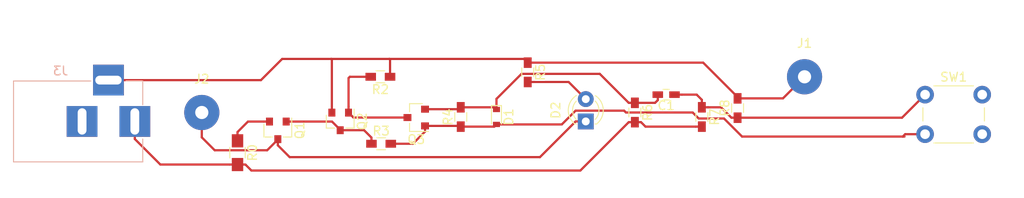
<source format=kicad_pcb>
(kicad_pcb (version 4) (host pcbnew 4.0.7-e2-6376~58~ubuntu16.04.1)

  (general
    (links 29)
    (no_connects 9)
    (area 0 0 0 0)
    (thickness 1.6)
    (drawings 4)
    (tracks 97)
    (zones 0)
    (modules 18)
    (nets 12)
  )

  (page A4)
  (layers
    (0 F.Cu signal)
    (31 B.Cu signal)
    (32 B.Adhes user)
    (33 F.Adhes user)
    (34 B.Paste user)
    (35 F.Paste user)
    (36 B.SilkS user)
    (37 F.SilkS user)
    (38 B.Mask user)
    (39 F.Mask user)
    (40 Dwgs.User user)
    (41 Cmts.User user)
    (42 Eco1.User user)
    (43 Eco2.User user)
    (44 Edge.Cuts user)
    (45 Margin user)
    (46 B.CrtYd user)
    (47 F.CrtYd user)
    (48 B.Fab user)
    (49 F.Fab user)
  )

  (setup
    (last_trace_width 0.25)
    (trace_clearance 0.2)
    (zone_clearance 0.508)
    (zone_45_only no)
    (trace_min 0.2)
    (segment_width 0.2)
    (edge_width 0.15)
    (via_size 0.6)
    (via_drill 0.4)
    (via_min_size 0.4)
    (via_min_drill 0.3)
    (uvia_size 0.3)
    (uvia_drill 0.1)
    (uvias_allowed no)
    (uvia_min_size 0.2)
    (uvia_min_drill 0.1)
    (pcb_text_width 0.3)
    (pcb_text_size 1.5 1.5)
    (mod_edge_width 0.15)
    (mod_text_size 1 1)
    (mod_text_width 0.15)
    (pad_size 1.524 1.524)
    (pad_drill 0.762)
    (pad_to_mask_clearance 0.2)
    (aux_axis_origin 0 0)
    (visible_elements FFFFFF7F)
    (pcbplotparams
      (layerselection 0x00030_80000001)
      (usegerberextensions false)
      (excludeedgelayer true)
      (linewidth 0.100000)
      (plotframeref false)
      (viasonmask false)
      (mode 1)
      (useauxorigin false)
      (hpglpennumber 1)
      (hpglpenspeed 20)
      (hpglpendiameter 15)
      (hpglpenoverlay 2)
      (psnegative false)
      (psa4output false)
      (plotreference true)
      (plotvalue true)
      (plotinvisibletext false)
      (padsonsilk false)
      (subtractmaskfromsilk false)
      (outputformat 1)
      (mirror false)
      (drillshape 1)
      (scaleselection 1)
      (outputdirectory ""))
  )

  (net 0 "")
  (net 1 "Net-(C1-Pad1)")
  (net 2 "Net-(C1-Pad2)")
  (net 3 "Net-(D1-Pad2)")
  (net 4 "Net-(D2-Pad1)")
  (net 5 "Net-(D2-Pad2)")
  (net 6 "Net-(Q1-Pad1)")
  (net 7 GND)
  (net 8 "Net-(Q2-Pad1)")
  (net 9 +5V)
  (net 10 "Net-(J3-Pad2)")
  (net 11 "Net-(Q1-Pad2)")

  (net_class Default "This is the default net class."
    (clearance 0.2)
    (trace_width 0.25)
    (via_dia 0.6)
    (via_drill 0.4)
    (uvia_dia 0.3)
    (uvia_drill 0.1)
    (add_net +5V)
    (add_net GND)
    (add_net "Net-(C1-Pad1)")
    (add_net "Net-(C1-Pad2)")
    (add_net "Net-(D1-Pad2)")
    (add_net "Net-(D2-Pad1)")
    (add_net "Net-(D2-Pad2)")
    (add_net "Net-(J3-Pad2)")
    (add_net "Net-(Q1-Pad1)")
    (add_net "Net-(Q1-Pad2)")
    (add_net "Net-(Q2-Pad1)")
  )

  (module Capacitors_SMD:C_0603_HandSoldering (layer F.Cu) (tedit 58AA848B) (tstamp 5AC2FEB6)
    (at 167.132 106.68 180)
    (descr "Capacitor SMD 0603, hand soldering")
    (tags "capacitor 0603")
    (path /5AC2E5A9)
    (attr smd)
    (fp_text reference C1 (at 0 -1.25 180) (layer F.SilkS)
      (effects (font (size 1 1) (thickness 0.15)))
    )
    (fp_text value C (at 0 1.5 180) (layer F.Fab)
      (effects (font (size 1 1) (thickness 0.15)))
    )
    (fp_text user %R (at 0 -1.25 180) (layer F.Fab)
      (effects (font (size 1 1) (thickness 0.15)))
    )
    (fp_line (start -0.8 0.4) (end -0.8 -0.4) (layer F.Fab) (width 0.1))
    (fp_line (start 0.8 0.4) (end -0.8 0.4) (layer F.Fab) (width 0.1))
    (fp_line (start 0.8 -0.4) (end 0.8 0.4) (layer F.Fab) (width 0.1))
    (fp_line (start -0.8 -0.4) (end 0.8 -0.4) (layer F.Fab) (width 0.1))
    (fp_line (start -0.35 -0.6) (end 0.35 -0.6) (layer F.SilkS) (width 0.12))
    (fp_line (start 0.35 0.6) (end -0.35 0.6) (layer F.SilkS) (width 0.12))
    (fp_line (start -1.8 -0.65) (end 1.8 -0.65) (layer F.CrtYd) (width 0.05))
    (fp_line (start -1.8 -0.65) (end -1.8 0.65) (layer F.CrtYd) (width 0.05))
    (fp_line (start 1.8 0.65) (end 1.8 -0.65) (layer F.CrtYd) (width 0.05))
    (fp_line (start 1.8 0.65) (end -1.8 0.65) (layer F.CrtYd) (width 0.05))
    (pad 1 smd rect (at -0.95 0 180) (size 1.2 0.75) (layers F.Cu F.Paste F.Mask)
      (net 1 "Net-(C1-Pad1)"))
    (pad 2 smd rect (at 0.95 0 180) (size 1.2 0.75) (layers F.Cu F.Paste F.Mask)
      (net 2 "Net-(C1-Pad2)"))
    (model Capacitors_SMD.3dshapes/C_0603.wrl
      (at (xyz 0 0 0))
      (scale (xyz 1 1 1))
      (rotate (xyz 0 0 0))
    )
  )

  (module Diodes_SMD:D_0603 (layer F.Cu) (tedit 590CE922) (tstamp 5AC2FEBC)
    (at 147.828 109.22 270)
    (descr "Diode SMD in 0603 package http://datasheets.avx.com/schottky.pdf")
    (tags "smd diode")
    (path /5AC2E4A8)
    (attr smd)
    (fp_text reference D1 (at 0 -1.4 270) (layer F.SilkS)
      (effects (font (size 1 1) (thickness 0.15)))
    )
    (fp_text value D (at 0 1.4 270) (layer F.Fab)
      (effects (font (size 1 1) (thickness 0.15)))
    )
    (fp_text user %R (at 0 -1.4 270) (layer F.Fab)
      (effects (font (size 1 1) (thickness 0.15)))
    )
    (fp_line (start -1.3 -0.57) (end -1.3 0.57) (layer F.SilkS) (width 0.12))
    (fp_line (start 1.4 0.67) (end 1.4 -0.67) (layer F.CrtYd) (width 0.05))
    (fp_line (start -1.4 0.67) (end 1.4 0.67) (layer F.CrtYd) (width 0.05))
    (fp_line (start -1.4 -0.67) (end -1.4 0.67) (layer F.CrtYd) (width 0.05))
    (fp_line (start 1.4 -0.67) (end -1.4 -0.67) (layer F.CrtYd) (width 0.05))
    (fp_line (start 0.2 0) (end 0.4 0) (layer F.Fab) (width 0.1))
    (fp_line (start -0.1 0) (end -0.3 0) (layer F.Fab) (width 0.1))
    (fp_line (start -0.1 -0.2) (end -0.1 0.2) (layer F.Fab) (width 0.1))
    (fp_line (start 0.2 0.2) (end 0.2 -0.2) (layer F.Fab) (width 0.1))
    (fp_line (start -0.1 0) (end 0.2 0.2) (layer F.Fab) (width 0.1))
    (fp_line (start 0.2 -0.2) (end -0.1 0) (layer F.Fab) (width 0.1))
    (fp_line (start -0.8 0.45) (end -0.8 -0.45) (layer F.Fab) (width 0.1))
    (fp_line (start 0.8 0.45) (end -0.8 0.45) (layer F.Fab) (width 0.1))
    (fp_line (start 0.8 -0.45) (end 0.8 0.45) (layer F.Fab) (width 0.1))
    (fp_line (start -0.8 -0.45) (end 0.8 -0.45) (layer F.Fab) (width 0.1))
    (fp_line (start -1.3 0.57) (end 0.8 0.57) (layer F.SilkS) (width 0.12))
    (fp_line (start -1.3 -0.57) (end 0.8 -0.57) (layer F.SilkS) (width 0.12))
    (pad 1 smd rect (at -0.85 0 270) (size 0.6 0.8) (layers F.Cu F.Paste F.Mask)
      (net 2 "Net-(C1-Pad2)"))
    (pad 2 smd rect (at 0.85 0 270) (size 0.6 0.8) (layers F.Cu F.Paste F.Mask)
      (net 3 "Net-(D1-Pad2)"))
    (model ${KISYS3DMOD}/Diodes_SMD.3dshapes/D_0603.wrl
      (at (xyz 0 0 0))
      (scale (xyz 1 1 1))
      (rotate (xyz 0 0 0))
    )
  )

  (module LEDs:LED_D3.0mm (layer F.Cu) (tedit 587A3A7B) (tstamp 5AC2FEC2)
    (at 157.988 109.728 90)
    (descr "LED, diameter 3.0mm, 2 pins")
    (tags "LED diameter 3.0mm 2 pins")
    (path /5AC2F2A1)
    (fp_text reference D2 (at 1.27 -3.414016 90) (layer F.SilkS)
      (effects (font (size 1 1) (thickness 0.15)))
    )
    (fp_text value LED (at 1.27 2.96 90) (layer F.Fab)
      (effects (font (size 1 1) (thickness 0.15)))
    )
    (fp_arc (start 1.27 0) (end -0.23 -1.16619) (angle 284.3) (layer F.Fab) (width 0.1))
    (fp_arc (start 1.27 0) (end -0.29 -1.235516) (angle 108.8) (layer F.SilkS) (width 0.12))
    (fp_arc (start 1.27 0) (end -0.29 1.235516) (angle -108.8) (layer F.SilkS) (width 0.12))
    (fp_arc (start 1.27 0) (end 0.229039 -1.08) (angle 87.9) (layer F.SilkS) (width 0.12))
    (fp_arc (start 1.27 0) (end 0.229039 1.08) (angle -87.9) (layer F.SilkS) (width 0.12))
    (fp_circle (center 1.27 0) (end 2.77 0) (layer F.Fab) (width 0.1))
    (fp_line (start -0.23 -1.16619) (end -0.23 1.16619) (layer F.Fab) (width 0.1))
    (fp_line (start -0.29 -1.236) (end -0.29 -1.08) (layer F.SilkS) (width 0.12))
    (fp_line (start -0.29 1.08) (end -0.29 1.236) (layer F.SilkS) (width 0.12))
    (fp_line (start -1.15 -2.25) (end -1.15 2.25) (layer F.CrtYd) (width 0.05))
    (fp_line (start -1.15 2.25) (end 3.7 2.25) (layer F.CrtYd) (width 0.05))
    (fp_line (start 3.7 2.25) (end 3.7 -2.25) (layer F.CrtYd) (width 0.05))
    (fp_line (start 3.7 -2.25) (end -1.15 -2.25) (layer F.CrtYd) (width 0.05))
    (pad 1 thru_hole rect (at 0 0 90) (size 1.8 1.8) (drill 0.9) (layers *.Cu *.Mask)
      (net 4 "Net-(D2-Pad1)"))
    (pad 2 thru_hole circle (at 2.54 0 90) (size 1.8 1.8) (drill 0.9) (layers *.Cu *.Mask)
      (net 5 "Net-(D2-Pad2)"))
    (model ${KISYS3DMOD}/LEDs.3dshapes/LED_D3.0mm.wrl
      (at (xyz 0 0 0))
      (scale (xyz 0.393701 0.393701 0.393701))
      (rotate (xyz 0 0 0))
    )
  )

  (module TO_SOT_Packages_SMD:SOT-23 (layer F.Cu) (tedit 58CE4E7E) (tstamp 5AC2FEC9)
    (at 122.952 110.744 270)
    (descr "SOT-23, Standard")
    (tags SOT-23)
    (path /5AC2F87A)
    (attr smd)
    (fp_text reference Q1 (at 0 -2.5 270) (layer F.SilkS)
      (effects (font (size 1 1) (thickness 0.15)))
    )
    (fp_text value Q_NMOS_GSD (at 0 2.5 270) (layer F.Fab)
      (effects (font (size 1 1) (thickness 0.15)))
    )
    (fp_text user %R (at 0 0 360) (layer F.Fab)
      (effects (font (size 0.5 0.5) (thickness 0.075)))
    )
    (fp_line (start -0.7 -0.95) (end -0.7 1.5) (layer F.Fab) (width 0.1))
    (fp_line (start -0.15 -1.52) (end 0.7 -1.52) (layer F.Fab) (width 0.1))
    (fp_line (start -0.7 -0.95) (end -0.15 -1.52) (layer F.Fab) (width 0.1))
    (fp_line (start 0.7 -1.52) (end 0.7 1.52) (layer F.Fab) (width 0.1))
    (fp_line (start -0.7 1.52) (end 0.7 1.52) (layer F.Fab) (width 0.1))
    (fp_line (start 0.76 1.58) (end 0.76 0.65) (layer F.SilkS) (width 0.12))
    (fp_line (start 0.76 -1.58) (end 0.76 -0.65) (layer F.SilkS) (width 0.12))
    (fp_line (start -1.7 -1.75) (end 1.7 -1.75) (layer F.CrtYd) (width 0.05))
    (fp_line (start 1.7 -1.75) (end 1.7 1.75) (layer F.CrtYd) (width 0.05))
    (fp_line (start 1.7 1.75) (end -1.7 1.75) (layer F.CrtYd) (width 0.05))
    (fp_line (start -1.7 1.75) (end -1.7 -1.75) (layer F.CrtYd) (width 0.05))
    (fp_line (start 0.76 -1.58) (end -1.4 -1.58) (layer F.SilkS) (width 0.12))
    (fp_line (start 0.76 1.58) (end -0.7 1.58) (layer F.SilkS) (width 0.12))
    (pad 1 smd rect (at -1 -0.95 270) (size 0.9 0.8) (layers F.Cu F.Paste F.Mask)
      (net 6 "Net-(Q1-Pad1)"))
    (pad 2 smd rect (at -1 0.95 270) (size 0.9 0.8) (layers F.Cu F.Paste F.Mask)
      (net 11 "Net-(Q1-Pad2)"))
    (pad 3 smd rect (at 1 0 270) (size 0.9 0.8) (layers F.Cu F.Paste F.Mask)
      (net 4 "Net-(D2-Pad1)"))
    (model ${KISYS3DMOD}/TO_SOT_Packages_SMD.3dshapes/SOT-23.wrl
      (at (xyz 0 0 0))
      (scale (xyz 1 1 1))
      (rotate (xyz 0 0 0))
    )
  )

  (module TO_SOT_Packages_SMD:SOT-23 (layer F.Cu) (tedit 58CE4E7E) (tstamp 5AC2FED0)
    (at 130.048 109.728 270)
    (descr "SOT-23, Standard")
    (tags SOT-23)
    (path /5AC2F401)
    (attr smd)
    (fp_text reference Q2 (at 0 -2.5 270) (layer F.SilkS)
      (effects (font (size 1 1) (thickness 0.15)))
    )
    (fp_text value Q_PNP_BCE (at 0 2.5 270) (layer F.Fab)
      (effects (font (size 1 1) (thickness 0.15)))
    )
    (fp_text user %R (at 0 0 360) (layer F.Fab)
      (effects (font (size 0.5 0.5) (thickness 0.075)))
    )
    (fp_line (start -0.7 -0.95) (end -0.7 1.5) (layer F.Fab) (width 0.1))
    (fp_line (start -0.15 -1.52) (end 0.7 -1.52) (layer F.Fab) (width 0.1))
    (fp_line (start -0.7 -0.95) (end -0.15 -1.52) (layer F.Fab) (width 0.1))
    (fp_line (start 0.7 -1.52) (end 0.7 1.52) (layer F.Fab) (width 0.1))
    (fp_line (start -0.7 1.52) (end 0.7 1.52) (layer F.Fab) (width 0.1))
    (fp_line (start 0.76 1.58) (end 0.76 0.65) (layer F.SilkS) (width 0.12))
    (fp_line (start 0.76 -1.58) (end 0.76 -0.65) (layer F.SilkS) (width 0.12))
    (fp_line (start -1.7 -1.75) (end 1.7 -1.75) (layer F.CrtYd) (width 0.05))
    (fp_line (start 1.7 -1.75) (end 1.7 1.75) (layer F.CrtYd) (width 0.05))
    (fp_line (start 1.7 1.75) (end -1.7 1.75) (layer F.CrtYd) (width 0.05))
    (fp_line (start -1.7 1.75) (end -1.7 -1.75) (layer F.CrtYd) (width 0.05))
    (fp_line (start 0.76 -1.58) (end -1.4 -1.58) (layer F.SilkS) (width 0.12))
    (fp_line (start 0.76 1.58) (end -0.7 1.58) (layer F.SilkS) (width 0.12))
    (pad 1 smd rect (at -1 -0.95 270) (size 0.9 0.8) (layers F.Cu F.Paste F.Mask)
      (net 8 "Net-(Q2-Pad1)"))
    (pad 2 smd rect (at -1 0.95 270) (size 0.9 0.8) (layers F.Cu F.Paste F.Mask)
      (net 9 +5V))
    (pad 3 smd rect (at 1 0 270) (size 0.9 0.8) (layers F.Cu F.Paste F.Mask)
      (net 6 "Net-(Q1-Pad1)"))
    (model ${KISYS3DMOD}/TO_SOT_Packages_SMD.3dshapes/SOT-23.wrl
      (at (xyz 0 0 0))
      (scale (xyz 1 1 1))
      (rotate (xyz 0 0 0))
    )
  )

  (module TO_SOT_Packages_SMD:SOT-23 (layer F.Cu) (tedit 58CE4E7E) (tstamp 5AC2FED7)
    (at 138.7 109.286 180)
    (descr "SOT-23, Standard")
    (tags SOT-23)
    (path /5AC2E358)
    (attr smd)
    (fp_text reference Q3 (at 0 -2.5 180) (layer F.SilkS)
      (effects (font (size 1 1) (thickness 0.15)))
    )
    (fp_text value Q_NPN_BEC (at 0 2.5 180) (layer F.Fab)
      (effects (font (size 1 1) (thickness 0.15)))
    )
    (fp_text user %R (at 0 0 270) (layer F.Fab)
      (effects (font (size 0.5 0.5) (thickness 0.075)))
    )
    (fp_line (start -0.7 -0.95) (end -0.7 1.5) (layer F.Fab) (width 0.1))
    (fp_line (start -0.15 -1.52) (end 0.7 -1.52) (layer F.Fab) (width 0.1))
    (fp_line (start -0.7 -0.95) (end -0.15 -1.52) (layer F.Fab) (width 0.1))
    (fp_line (start 0.7 -1.52) (end 0.7 1.52) (layer F.Fab) (width 0.1))
    (fp_line (start -0.7 1.52) (end 0.7 1.52) (layer F.Fab) (width 0.1))
    (fp_line (start 0.76 1.58) (end 0.76 0.65) (layer F.SilkS) (width 0.12))
    (fp_line (start 0.76 -1.58) (end 0.76 -0.65) (layer F.SilkS) (width 0.12))
    (fp_line (start -1.7 -1.75) (end 1.7 -1.75) (layer F.CrtYd) (width 0.05))
    (fp_line (start 1.7 -1.75) (end 1.7 1.75) (layer F.CrtYd) (width 0.05))
    (fp_line (start 1.7 1.75) (end -1.7 1.75) (layer F.CrtYd) (width 0.05))
    (fp_line (start -1.7 1.75) (end -1.7 -1.75) (layer F.CrtYd) (width 0.05))
    (fp_line (start 0.76 -1.58) (end -1.4 -1.58) (layer F.SilkS) (width 0.12))
    (fp_line (start 0.76 1.58) (end -0.7 1.58) (layer F.SilkS) (width 0.12))
    (pad 1 smd rect (at -1 -0.95 180) (size 0.9 0.8) (layers F.Cu F.Paste F.Mask)
      (net 3 "Net-(D1-Pad2)"))
    (pad 2 smd rect (at -1 0.95 180) (size 0.9 0.8) (layers F.Cu F.Paste F.Mask)
      (net 2 "Net-(C1-Pad2)"))
    (pad 3 smd rect (at 1 0 180) (size 0.9 0.8) (layers F.Cu F.Paste F.Mask)
      (net 8 "Net-(Q2-Pad1)"))
    (model ${KISYS3DMOD}/TO_SOT_Packages_SMD.3dshapes/SOT-23.wrl
      (at (xyz 0 0 0))
      (scale (xyz 1 1 1))
      (rotate (xyz 0 0 0))
    )
  )

  (module Resistors_SMD:R_0603_HandSoldering (layer F.Cu) (tedit 58E0A804) (tstamp 5AC2FEDD)
    (at 134.62 104.648 180)
    (descr "Resistor SMD 0603, hand soldering")
    (tags "resistor 0603")
    (path /5AC2F4EB)
    (attr smd)
    (fp_text reference R2 (at 0 -1.45 180) (layer F.SilkS)
      (effects (font (size 1 1) (thickness 0.15)))
    )
    (fp_text value 1M (at 0 1.55 180) (layer F.Fab)
      (effects (font (size 1 1) (thickness 0.15)))
    )
    (fp_text user %R (at 0 0 180) (layer F.Fab)
      (effects (font (size 0.4 0.4) (thickness 0.075)))
    )
    (fp_line (start -0.8 0.4) (end -0.8 -0.4) (layer F.Fab) (width 0.1))
    (fp_line (start 0.8 0.4) (end -0.8 0.4) (layer F.Fab) (width 0.1))
    (fp_line (start 0.8 -0.4) (end 0.8 0.4) (layer F.Fab) (width 0.1))
    (fp_line (start -0.8 -0.4) (end 0.8 -0.4) (layer F.Fab) (width 0.1))
    (fp_line (start 0.5 0.68) (end -0.5 0.68) (layer F.SilkS) (width 0.12))
    (fp_line (start -0.5 -0.68) (end 0.5 -0.68) (layer F.SilkS) (width 0.12))
    (fp_line (start -1.96 -0.7) (end 1.95 -0.7) (layer F.CrtYd) (width 0.05))
    (fp_line (start -1.96 -0.7) (end -1.96 0.7) (layer F.CrtYd) (width 0.05))
    (fp_line (start 1.95 0.7) (end 1.95 -0.7) (layer F.CrtYd) (width 0.05))
    (fp_line (start 1.95 0.7) (end -1.96 0.7) (layer F.CrtYd) (width 0.05))
    (pad 1 smd rect (at -1.1 0 180) (size 1.2 0.9) (layers F.Cu F.Paste F.Mask)
      (net 9 +5V))
    (pad 2 smd rect (at 1.1 0 180) (size 1.2 0.9) (layers F.Cu F.Paste F.Mask)
      (net 8 "Net-(Q2-Pad1)"))
    (model ${KISYS3DMOD}/Resistors_SMD.3dshapes/R_0603.wrl
      (at (xyz 0 0 0))
      (scale (xyz 1 1 1))
      (rotate (xyz 0 0 0))
    )
  )

  (module Resistors_SMD:R_0603_HandSoldering (layer F.Cu) (tedit 58E0A804) (tstamp 5AC2FEE3)
    (at 134.704 112.268)
    (descr "Resistor SMD 0603, hand soldering")
    (tags "resistor 0603")
    (path /5AC2F604)
    (attr smd)
    (fp_text reference R3 (at 0 -1.45) (layer F.SilkS)
      (effects (font (size 1 1) (thickness 0.15)))
    )
    (fp_text value 220K (at 0 1.55) (layer F.Fab)
      (effects (font (size 1 1) (thickness 0.15)))
    )
    (fp_text user %R (at 0 0) (layer F.Fab)
      (effects (font (size 0.4 0.4) (thickness 0.075)))
    )
    (fp_line (start -0.8 0.4) (end -0.8 -0.4) (layer F.Fab) (width 0.1))
    (fp_line (start 0.8 0.4) (end -0.8 0.4) (layer F.Fab) (width 0.1))
    (fp_line (start 0.8 -0.4) (end 0.8 0.4) (layer F.Fab) (width 0.1))
    (fp_line (start -0.8 -0.4) (end 0.8 -0.4) (layer F.Fab) (width 0.1))
    (fp_line (start 0.5 0.68) (end -0.5 0.68) (layer F.SilkS) (width 0.12))
    (fp_line (start -0.5 -0.68) (end 0.5 -0.68) (layer F.SilkS) (width 0.12))
    (fp_line (start -1.96 -0.7) (end 1.95 -0.7) (layer F.CrtYd) (width 0.05))
    (fp_line (start -1.96 -0.7) (end -1.96 0.7) (layer F.CrtYd) (width 0.05))
    (fp_line (start 1.95 0.7) (end 1.95 -0.7) (layer F.CrtYd) (width 0.05))
    (fp_line (start 1.95 0.7) (end -1.96 0.7) (layer F.CrtYd) (width 0.05))
    (pad 1 smd rect (at -1.1 0) (size 1.2 0.9) (layers F.Cu F.Paste F.Mask)
      (net 6 "Net-(Q1-Pad1)"))
    (pad 2 smd rect (at 1.1 0) (size 1.2 0.9) (layers F.Cu F.Paste F.Mask)
      (net 3 "Net-(D1-Pad2)"))
    (model ${KISYS3DMOD}/Resistors_SMD.3dshapes/R_0603.wrl
      (at (xyz 0 0 0))
      (scale (xyz 1 1 1))
      (rotate (xyz 0 0 0))
    )
  )

  (module Resistors_SMD:R_0603_HandSoldering (layer F.Cu) (tedit 58E0A804) (tstamp 5AC2FEE9)
    (at 143.764 109.22 90)
    (descr "Resistor SMD 0603, hand soldering")
    (tags "resistor 0603")
    (path /5AC2E475)
    (attr smd)
    (fp_text reference R4 (at 0 -1.45 90) (layer F.SilkS)
      (effects (font (size 1 1) (thickness 0.15)))
    )
    (fp_text value 100K (at 0 1.55 90) (layer F.Fab)
      (effects (font (size 1 1) (thickness 0.15)))
    )
    (fp_text user %R (at 0 0 90) (layer F.Fab)
      (effects (font (size 0.4 0.4) (thickness 0.075)))
    )
    (fp_line (start -0.8 0.4) (end -0.8 -0.4) (layer F.Fab) (width 0.1))
    (fp_line (start 0.8 0.4) (end -0.8 0.4) (layer F.Fab) (width 0.1))
    (fp_line (start 0.8 -0.4) (end 0.8 0.4) (layer F.Fab) (width 0.1))
    (fp_line (start -0.8 -0.4) (end 0.8 -0.4) (layer F.Fab) (width 0.1))
    (fp_line (start 0.5 0.68) (end -0.5 0.68) (layer F.SilkS) (width 0.12))
    (fp_line (start -0.5 -0.68) (end 0.5 -0.68) (layer F.SilkS) (width 0.12))
    (fp_line (start -1.96 -0.7) (end 1.95 -0.7) (layer F.CrtYd) (width 0.05))
    (fp_line (start -1.96 -0.7) (end -1.96 0.7) (layer F.CrtYd) (width 0.05))
    (fp_line (start 1.95 0.7) (end 1.95 -0.7) (layer F.CrtYd) (width 0.05))
    (fp_line (start 1.95 0.7) (end -1.96 0.7) (layer F.CrtYd) (width 0.05))
    (pad 1 smd rect (at -1.1 0 90) (size 1.2 0.9) (layers F.Cu F.Paste F.Mask)
      (net 3 "Net-(D1-Pad2)"))
    (pad 2 smd rect (at 1.1 0 90) (size 1.2 0.9) (layers F.Cu F.Paste F.Mask)
      (net 2 "Net-(C1-Pad2)"))
    (model ${KISYS3DMOD}/Resistors_SMD.3dshapes/R_0603.wrl
      (at (xyz 0 0 0))
      (scale (xyz 1 1 1))
      (rotate (xyz 0 0 0))
    )
  )

  (module Resistors_SMD:R_0603_HandSoldering (layer F.Cu) (tedit 58E0A804) (tstamp 5AC2FEEF)
    (at 151.384 104.14 270)
    (descr "Resistor SMD 0603, hand soldering")
    (tags "resistor 0603")
    (path /5AC2EFB2)
    (attr smd)
    (fp_text reference R5 (at 0 -1.45 270) (layer F.SilkS)
      (effects (font (size 1 1) (thickness 0.15)))
    )
    (fp_text value 4.7K (at 0 1.55 270) (layer F.Fab)
      (effects (font (size 1 1) (thickness 0.15)))
    )
    (fp_text user %R (at 0 0 270) (layer F.Fab)
      (effects (font (size 0.4 0.4) (thickness 0.075)))
    )
    (fp_line (start -0.8 0.4) (end -0.8 -0.4) (layer F.Fab) (width 0.1))
    (fp_line (start 0.8 0.4) (end -0.8 0.4) (layer F.Fab) (width 0.1))
    (fp_line (start 0.8 -0.4) (end 0.8 0.4) (layer F.Fab) (width 0.1))
    (fp_line (start -0.8 -0.4) (end 0.8 -0.4) (layer F.Fab) (width 0.1))
    (fp_line (start 0.5 0.68) (end -0.5 0.68) (layer F.SilkS) (width 0.12))
    (fp_line (start -0.5 -0.68) (end 0.5 -0.68) (layer F.SilkS) (width 0.12))
    (fp_line (start -1.96 -0.7) (end 1.95 -0.7) (layer F.CrtYd) (width 0.05))
    (fp_line (start -1.96 -0.7) (end -1.96 0.7) (layer F.CrtYd) (width 0.05))
    (fp_line (start 1.95 0.7) (end 1.95 -0.7) (layer F.CrtYd) (width 0.05))
    (fp_line (start 1.95 0.7) (end -1.96 0.7) (layer F.CrtYd) (width 0.05))
    (pad 1 smd rect (at -1.1 0 270) (size 1.2 0.9) (layers F.Cu F.Paste F.Mask)
      (net 9 +5V))
    (pad 2 smd rect (at 1.1 0 270) (size 1.2 0.9) (layers F.Cu F.Paste F.Mask)
      (net 5 "Net-(D2-Pad2)"))
    (model ${KISYS3DMOD}/Resistors_SMD.3dshapes/R_0603.wrl
      (at (xyz 0 0 0))
      (scale (xyz 1 1 1))
      (rotate (xyz 0 0 0))
    )
  )

  (module Resistors_SMD:R_0603_HandSoldering (layer F.Cu) (tedit 58E0A804) (tstamp 5AC2FEF5)
    (at 163.576 108.712 270)
    (descr "Resistor SMD 0603, hand soldering")
    (tags "resistor 0603")
    (path /5AC2EC81)
    (attr smd)
    (fp_text reference R6 (at 0 -1.45 270) (layer F.SilkS)
      (effects (font (size 1 1) (thickness 0.15)))
    )
    (fp_text value 4.7K (at 0 1.55 270) (layer F.Fab)
      (effects (font (size 1 1) (thickness 0.15)))
    )
    (fp_text user %R (at 0 0 270) (layer F.Fab)
      (effects (font (size 0.4 0.4) (thickness 0.075)))
    )
    (fp_line (start -0.8 0.4) (end -0.8 -0.4) (layer F.Fab) (width 0.1))
    (fp_line (start 0.8 0.4) (end -0.8 0.4) (layer F.Fab) (width 0.1))
    (fp_line (start 0.8 -0.4) (end 0.8 0.4) (layer F.Fab) (width 0.1))
    (fp_line (start -0.8 -0.4) (end 0.8 -0.4) (layer F.Fab) (width 0.1))
    (fp_line (start 0.5 0.68) (end -0.5 0.68) (layer F.SilkS) (width 0.12))
    (fp_line (start -0.5 -0.68) (end 0.5 -0.68) (layer F.SilkS) (width 0.12))
    (fp_line (start -1.96 -0.7) (end 1.95 -0.7) (layer F.CrtYd) (width 0.05))
    (fp_line (start -1.96 -0.7) (end -1.96 0.7) (layer F.CrtYd) (width 0.05))
    (fp_line (start 1.95 0.7) (end 1.95 -0.7) (layer F.CrtYd) (width 0.05))
    (fp_line (start 1.95 0.7) (end -1.96 0.7) (layer F.CrtYd) (width 0.05))
    (pad 1 smd rect (at -1.1 0 270) (size 1.2 0.9) (layers F.Cu F.Paste F.Mask)
      (net 2 "Net-(C1-Pad2)"))
    (pad 2 smd rect (at 1.1 0 270) (size 1.2 0.9) (layers F.Cu F.Paste F.Mask)
      (net 7 GND))
    (model ${KISYS3DMOD}/Resistors_SMD.3dshapes/R_0603.wrl
      (at (xyz 0 0 0))
      (scale (xyz 1 1 1))
      (rotate (xyz 0 0 0))
    )
  )

  (module Resistors_SMD:R_0603_HandSoldering (layer F.Cu) (tedit 58E0A804) (tstamp 5AC2FEFB)
    (at 171.196 109.22 270)
    (descr "Resistor SMD 0603, hand soldering")
    (tags "resistor 0603")
    (path /5AC2EA85)
    (attr smd)
    (fp_text reference R7 (at 0 -1.45 270) (layer F.SilkS)
      (effects (font (size 1 1) (thickness 0.15)))
    )
    (fp_text value 470K (at 0 1.55 270) (layer F.Fab)
      (effects (font (size 1 1) (thickness 0.15)))
    )
    (fp_text user %R (at 0 0 270) (layer F.Fab)
      (effects (font (size 0.4 0.4) (thickness 0.075)))
    )
    (fp_line (start -0.8 0.4) (end -0.8 -0.4) (layer F.Fab) (width 0.1))
    (fp_line (start 0.8 0.4) (end -0.8 0.4) (layer F.Fab) (width 0.1))
    (fp_line (start 0.8 -0.4) (end 0.8 0.4) (layer F.Fab) (width 0.1))
    (fp_line (start -0.8 -0.4) (end 0.8 -0.4) (layer F.Fab) (width 0.1))
    (fp_line (start 0.5 0.68) (end -0.5 0.68) (layer F.SilkS) (width 0.12))
    (fp_line (start -0.5 -0.68) (end 0.5 -0.68) (layer F.SilkS) (width 0.12))
    (fp_line (start -1.96 -0.7) (end 1.95 -0.7) (layer F.CrtYd) (width 0.05))
    (fp_line (start -1.96 -0.7) (end -1.96 0.7) (layer F.CrtYd) (width 0.05))
    (fp_line (start 1.95 0.7) (end 1.95 -0.7) (layer F.CrtYd) (width 0.05))
    (fp_line (start 1.95 0.7) (end -1.96 0.7) (layer F.CrtYd) (width 0.05))
    (pad 1 smd rect (at -1.1 0 270) (size 1.2 0.9) (layers F.Cu F.Paste F.Mask)
      (net 1 "Net-(C1-Pad1)"))
    (pad 2 smd rect (at 1.1 0 270) (size 1.2 0.9) (layers F.Cu F.Paste F.Mask)
      (net 7 GND))
    (model ${KISYS3DMOD}/Resistors_SMD.3dshapes/R_0603.wrl
      (at (xyz 0 0 0))
      (scale (xyz 1 1 1))
      (rotate (xyz 0 0 0))
    )
  )

  (module Resistors_SMD:R_0603_HandSoldering (layer F.Cu) (tedit 58E0A804) (tstamp 5AC2FF01)
    (at 175.26 108.204 90)
    (descr "Resistor SMD 0603, hand soldering")
    (tags "resistor 0603")
    (path /5AC2E1ED)
    (attr smd)
    (fp_text reference R8 (at 0 -1.45 90) (layer F.SilkS)
      (effects (font (size 1 1) (thickness 0.15)))
    )
    (fp_text value 1.5M (at 0 1.55 90) (layer F.Fab)
      (effects (font (size 1 1) (thickness 0.15)))
    )
    (fp_text user %R (at 0 0 90) (layer F.Fab)
      (effects (font (size 0.4 0.4) (thickness 0.075)))
    )
    (fp_line (start -0.8 0.4) (end -0.8 -0.4) (layer F.Fab) (width 0.1))
    (fp_line (start 0.8 0.4) (end -0.8 0.4) (layer F.Fab) (width 0.1))
    (fp_line (start 0.8 -0.4) (end 0.8 0.4) (layer F.Fab) (width 0.1))
    (fp_line (start -0.8 -0.4) (end 0.8 -0.4) (layer F.Fab) (width 0.1))
    (fp_line (start 0.5 0.68) (end -0.5 0.68) (layer F.SilkS) (width 0.12))
    (fp_line (start -0.5 -0.68) (end 0.5 -0.68) (layer F.SilkS) (width 0.12))
    (fp_line (start -1.96 -0.7) (end 1.95 -0.7) (layer F.CrtYd) (width 0.05))
    (fp_line (start -1.96 -0.7) (end -1.96 0.7) (layer F.CrtYd) (width 0.05))
    (fp_line (start 1.95 0.7) (end 1.95 -0.7) (layer F.CrtYd) (width 0.05))
    (fp_line (start 1.95 0.7) (end -1.96 0.7) (layer F.CrtYd) (width 0.05))
    (pad 1 smd rect (at -1.1 0 90) (size 1.2 0.9) (layers F.Cu F.Paste F.Mask)
      (net 1 "Net-(C1-Pad1)"))
    (pad 2 smd rect (at 1.1 0 90) (size 1.2 0.9) (layers F.Cu F.Paste F.Mask)
      (net 9 +5V))
    (model ${KISYS3DMOD}/Resistors_SMD.3dshapes/R_0603.wrl
      (at (xyz 0 0 0))
      (scale (xyz 1 1 1))
      (rotate (xyz 0 0 0))
    )
  )

  (module Buttons_Switches_THT:SW_PUSH_6mm_h4.3mm (layer F.Cu) (tedit 5923F252) (tstamp 5AC2FF09)
    (at 196.596 106.68)
    (descr "tactile push button, 6x6mm e.g. PHAP33xx series, height=4.3mm")
    (tags "tact sw push 6mm")
    (path /5AC2E140)
    (fp_text reference SW1 (at 3.25 -2) (layer F.SilkS)
      (effects (font (size 1 1) (thickness 0.15)))
    )
    (fp_text value SW_Push (at 3.75 6.7) (layer F.Fab)
      (effects (font (size 1 1) (thickness 0.15)))
    )
    (fp_text user %R (at 3.25 2.25) (layer F.Fab)
      (effects (font (size 1 1) (thickness 0.15)))
    )
    (fp_line (start 3.25 -0.75) (end 6.25 -0.75) (layer F.Fab) (width 0.1))
    (fp_line (start 6.25 -0.75) (end 6.25 5.25) (layer F.Fab) (width 0.1))
    (fp_line (start 6.25 5.25) (end 0.25 5.25) (layer F.Fab) (width 0.1))
    (fp_line (start 0.25 5.25) (end 0.25 -0.75) (layer F.Fab) (width 0.1))
    (fp_line (start 0.25 -0.75) (end 3.25 -0.75) (layer F.Fab) (width 0.1))
    (fp_line (start 7.75 6) (end 8 6) (layer F.CrtYd) (width 0.05))
    (fp_line (start 8 6) (end 8 5.75) (layer F.CrtYd) (width 0.05))
    (fp_line (start 7.75 -1.5) (end 8 -1.5) (layer F.CrtYd) (width 0.05))
    (fp_line (start 8 -1.5) (end 8 -1.25) (layer F.CrtYd) (width 0.05))
    (fp_line (start -1.5 -1.25) (end -1.5 -1.5) (layer F.CrtYd) (width 0.05))
    (fp_line (start -1.5 -1.5) (end -1.25 -1.5) (layer F.CrtYd) (width 0.05))
    (fp_line (start -1.5 5.75) (end -1.5 6) (layer F.CrtYd) (width 0.05))
    (fp_line (start -1.5 6) (end -1.25 6) (layer F.CrtYd) (width 0.05))
    (fp_line (start -1.25 -1.5) (end 7.75 -1.5) (layer F.CrtYd) (width 0.05))
    (fp_line (start -1.5 5.75) (end -1.5 -1.25) (layer F.CrtYd) (width 0.05))
    (fp_line (start 7.75 6) (end -1.25 6) (layer F.CrtYd) (width 0.05))
    (fp_line (start 8 -1.25) (end 8 5.75) (layer F.CrtYd) (width 0.05))
    (fp_line (start 1 5.5) (end 5.5 5.5) (layer F.SilkS) (width 0.12))
    (fp_line (start -0.25 1.5) (end -0.25 3) (layer F.SilkS) (width 0.12))
    (fp_line (start 5.5 -1) (end 1 -1) (layer F.SilkS) (width 0.12))
    (fp_line (start 6.75 3) (end 6.75 1.5) (layer F.SilkS) (width 0.12))
    (fp_circle (center 3.25 2.25) (end 1.25 2.5) (layer F.Fab) (width 0.1))
    (pad 2 thru_hole circle (at 0 4.5 90) (size 2 2) (drill 1.1) (layers *.Cu *.Mask)
      (net 3 "Net-(D1-Pad2)"))
    (pad 1 thru_hole circle (at 0 0 90) (size 2 2) (drill 1.1) (layers *.Cu *.Mask)
      (net 1 "Net-(C1-Pad1)"))
    (pad 2 thru_hole circle (at 6.5 4.5 90) (size 2 2) (drill 1.1) (layers *.Cu *.Mask)
      (net 3 "Net-(D1-Pad2)"))
    (pad 1 thru_hole circle (at 6.5 0 90) (size 2 2) (drill 1.1) (layers *.Cu *.Mask)
      (net 1 "Net-(C1-Pad1)"))
    (model ${KISYS3DMOD}/Buttons_Switches_THT.3dshapes/SW_PUSH_6mm_h4.3mm.wrl
      (at (xyz 0.005 0 0))
      (scale (xyz 0.3937 0.3937 0.3937))
      (rotate (xyz 0 0 0))
    )
  )

  (module Wire_Pads:SolderWirePad_single_1-5mmDrill (layer F.Cu) (tedit 0) (tstamp 5AC300D7)
    (at 182.88 104.648)
    (path /5AC30A5E)
    (fp_text reference J1 (at 0 -3.81) (layer F.SilkS)
      (effects (font (size 1 1) (thickness 0.15)))
    )
    (fp_text value CONN_01X01 (at -0.635 3.81) (layer F.Fab)
      (effects (font (size 1 1) (thickness 0.15)))
    )
    (pad 1 thru_hole circle (at 0 0) (size 4.0005 4.0005) (drill 1.50114) (layers *.Cu *.Mask)
      (net 9 +5V))
  )

  (module Wire_Pads:SolderWirePad_single_1-5mmDrill (layer F.Cu) (tedit 0) (tstamp 5AC300DC)
    (at 114.3 108.712)
    (path /5AC30AD5)
    (fp_text reference J2 (at 0 -3.81) (layer F.SilkS)
      (effects (font (size 1 1) (thickness 0.15)))
    )
    (fp_text value CONN_01X01 (at -0.635 3.81) (layer F.Fab)
      (effects (font (size 1 1) (thickness 0.15)))
    )
    (pad 1 thru_hole circle (at 0 0) (size 4.0005 4.0005) (drill 1.50114) (layers *.Cu *.Mask)
      (net 4 "Net-(D2-Pad1)"))
  )

  (module Connectors:BARREL_JACK (layer B.Cu) (tedit 5861378E) (tstamp 5AC30189)
    (at 106.68 109.728)
    (descr "DC Barrel Jack")
    (tags "Power Jack")
    (path /5AC311BB)
    (fp_text reference J3 (at -8.45 -5.75 180) (layer B.SilkS)
      (effects (font (size 1 1) (thickness 0.15)) (justify mirror))
    )
    (fp_text value JACK_2P (at -6.2 5.5) (layer B.Fab)
      (effects (font (size 1 1) (thickness 0.15)) (justify mirror))
    )
    (fp_line (start 1 4.5) (end 1 4.75) (layer B.CrtYd) (width 0.05))
    (fp_line (start 1 4.75) (end -14 4.75) (layer B.CrtYd) (width 0.05))
    (fp_line (start 1 4.5) (end 1 2) (layer B.CrtYd) (width 0.05))
    (fp_line (start 1 2) (end 2 2) (layer B.CrtYd) (width 0.05))
    (fp_line (start 2 2) (end 2 -2) (layer B.CrtYd) (width 0.05))
    (fp_line (start 2 -2) (end 1 -2) (layer B.CrtYd) (width 0.05))
    (fp_line (start 1 -2) (end 1 -4.75) (layer B.CrtYd) (width 0.05))
    (fp_line (start 1 -4.75) (end -1 -4.75) (layer B.CrtYd) (width 0.05))
    (fp_line (start -1 -4.75) (end -1 -6.75) (layer B.CrtYd) (width 0.05))
    (fp_line (start -1 -6.75) (end -5 -6.75) (layer B.CrtYd) (width 0.05))
    (fp_line (start -5 -6.75) (end -5 -4.75) (layer B.CrtYd) (width 0.05))
    (fp_line (start -5 -4.75) (end -14 -4.75) (layer B.CrtYd) (width 0.05))
    (fp_line (start -14 -4.75) (end -14 4.75) (layer B.CrtYd) (width 0.05))
    (fp_line (start -5 -4.6) (end -13.8 -4.6) (layer B.SilkS) (width 0.12))
    (fp_line (start -13.8 -4.6) (end -13.8 4.6) (layer B.SilkS) (width 0.12))
    (fp_line (start 0.9 -1.9) (end 0.9 -4.6) (layer B.SilkS) (width 0.12))
    (fp_line (start 0.9 -4.6) (end -1 -4.6) (layer B.SilkS) (width 0.12))
    (fp_line (start -13.8 4.6) (end 0.9 4.6) (layer B.SilkS) (width 0.12))
    (fp_line (start 0.9 4.6) (end 0.9 2) (layer B.SilkS) (width 0.12))
    (fp_line (start -10.2 4.5) (end -10.2 -4.5) (layer B.Fab) (width 0.1))
    (fp_line (start -13.7 4.5) (end -13.7 -4.5) (layer B.Fab) (width 0.1))
    (fp_line (start -13.7 -4.5) (end 0.8 -4.5) (layer B.Fab) (width 0.1))
    (fp_line (start 0.8 -4.5) (end 0.8 4.5) (layer B.Fab) (width 0.1))
    (fp_line (start 0.8 4.5) (end -13.7 4.5) (layer B.Fab) (width 0.1))
    (pad 1 thru_hole rect (at 0 0) (size 3.5 3.5) (drill oval 1 3) (layers *.Cu *.Mask)
      (net 7 GND))
    (pad 2 thru_hole rect (at -6 0) (size 3.5 3.5) (drill oval 1 3) (layers *.Cu *.Mask)
      (net 10 "Net-(J3-Pad2)"))
    (pad 3 thru_hole rect (at -3 -4.7) (size 3.5 3.5) (drill oval 3 1) (layers *.Cu *.Mask)
      (net 9 +5V))
  )

  (module Resistors_SMD:R_0805_HandSoldering (layer F.Cu) (tedit 58E0A804) (tstamp 5AC306C3)
    (at 118.364 113.284 270)
    (descr "Resistor SMD 0805, hand soldering")
    (tags "resistor 0805")
    (path /5AC315A3)
    (attr smd)
    (fp_text reference R0 (at 0 -1.7 270) (layer F.SilkS)
      (effects (font (size 1 1) (thickness 0.15)))
    )
    (fp_text value 0 (at 0 1.75 270) (layer F.Fab)
      (effects (font (size 1 1) (thickness 0.15)))
    )
    (fp_text user %R (at 0 0 270) (layer F.Fab)
      (effects (font (size 0.5 0.5) (thickness 0.075)))
    )
    (fp_line (start -1 0.62) (end -1 -0.62) (layer F.Fab) (width 0.1))
    (fp_line (start 1 0.62) (end -1 0.62) (layer F.Fab) (width 0.1))
    (fp_line (start 1 -0.62) (end 1 0.62) (layer F.Fab) (width 0.1))
    (fp_line (start -1 -0.62) (end 1 -0.62) (layer F.Fab) (width 0.1))
    (fp_line (start 0.6 0.88) (end -0.6 0.88) (layer F.SilkS) (width 0.12))
    (fp_line (start -0.6 -0.88) (end 0.6 -0.88) (layer F.SilkS) (width 0.12))
    (fp_line (start -2.35 -0.9) (end 2.35 -0.9) (layer F.CrtYd) (width 0.05))
    (fp_line (start -2.35 -0.9) (end -2.35 0.9) (layer F.CrtYd) (width 0.05))
    (fp_line (start 2.35 0.9) (end 2.35 -0.9) (layer F.CrtYd) (width 0.05))
    (fp_line (start 2.35 0.9) (end -2.35 0.9) (layer F.CrtYd) (width 0.05))
    (pad 1 smd rect (at -1.35 0 270) (size 1.5 1.3) (layers F.Cu F.Paste F.Mask)
      (net 11 "Net-(Q1-Pad2)"))
    (pad 2 smd rect (at 1.35 0 270) (size 1.5 1.3) (layers F.Cu F.Paste F.Mask)
      (net 7 GND))
    (model ${KISYS3DMOD}/Resistors_SMD.3dshapes/R_0805.wrl
      (at (xyz 0 0 0))
      (scale (xyz 1 1 1))
      (rotate (xyz 0 0 0))
    )
  )

  (gr_line (start 91.44 118.364) (end 91.44 96.012) (layer F.Fab) (width 0.2))
  (gr_line (start 207.772 118.364) (end 91.44 118.364) (layer F.Fab) (width 0.2))
  (gr_line (start 207.772 96.52) (end 207.772 118.364) (layer F.Fab) (width 0.2))
  (gr_line (start 91.44 96.52) (end 207.772 96.52) (layer F.Fab) (width 0.2))

  (segment (start 171.196 108.12) (end 171.196 107.27) (width 0.25) (layer F.Cu) (net 1))
  (segment (start 171.196 107.27) (end 170.606 106.68) (width 0.25) (layer F.Cu) (net 1))
  (segment (start 170.606 106.68) (end 168.932 106.68) (width 0.25) (layer F.Cu) (net 1))
  (segment (start 168.932 106.68) (end 168.082 106.68) (width 0.25) (layer F.Cu) (net 1))
  (segment (start 175.26 109.304) (end 174.56 109.304) (width 0.25) (layer F.Cu) (net 1))
  (segment (start 174.56 109.304) (end 173.376 108.12) (width 0.25) (layer F.Cu) (net 1))
  (segment (start 173.376 108.12) (end 171.896 108.12) (width 0.25) (layer F.Cu) (net 1))
  (segment (start 171.896 108.12) (end 171.196 108.12) (width 0.25) (layer F.Cu) (net 1))
  (segment (start 196.596 106.68) (end 193.972 109.304) (width 0.25) (layer F.Cu) (net 1))
  (segment (start 193.972 109.304) (end 175.26 109.304) (width 0.25) (layer F.Cu) (net 1))
  (segment (start 139.7 108.336) (end 143.548 108.336) (width 0.25) (layer F.Cu) (net 2))
  (segment (start 143.548 108.336) (end 143.764 108.12) (width 0.25) (layer F.Cu) (net 2))
  (segment (start 143.764 108.12) (end 147.578 108.12) (width 0.25) (layer F.Cu) (net 2))
  (segment (start 147.578 108.12) (end 147.828 108.37) (width 0.25) (layer F.Cu) (net 2))
  (segment (start 147.828 108.37) (end 147.828 107.160998) (width 0.25) (layer F.Cu) (net 2))
  (segment (start 147.828 107.160998) (end 150.673999 104.314999) (width 0.25) (layer F.Cu) (net 2))
  (segment (start 150.673999 104.314999) (end 159.578999 104.314999) (width 0.25) (layer F.Cu) (net 2))
  (segment (start 159.578999 104.314999) (end 162.876 107.612) (width 0.25) (layer F.Cu) (net 2))
  (segment (start 162.876 107.612) (end 163.576 107.612) (width 0.25) (layer F.Cu) (net 2))
  (segment (start 163.576 107.612) (end 165.875 107.612) (width 0.25) (layer F.Cu) (net 2))
  (segment (start 165.875 107.612) (end 166.182 107.305) (width 0.25) (layer F.Cu) (net 2))
  (segment (start 166.182 107.305) (end 166.182 106.68) (width 0.25) (layer F.Cu) (net 2))
  (segment (start 194.056 111.450999) (end 194.254999 111.450999) (width 0.25) (layer F.Cu) (net 3))
  (segment (start 175.771997 111.450999) (end 194.056 111.450999) (width 0.25) (layer F.Cu) (net 3))
  (segment (start 194.056 111.450999) (end 194.326999 111.18) (width 0.25) (layer F.Cu) (net 3))
  (segment (start 194.326999 111.18) (end 196.596 111.18) (width 0.25) (layer F.Cu) (net 3))
  (segment (start 147.828 110.07) (end 155.260998 110.07) (width 0.25) (layer F.Cu) (net 3))
  (segment (start 155.260998 110.07) (end 156.827999 108.502999) (width 0.25) (layer F.Cu) (net 3))
  (segment (start 156.827999 108.502999) (end 162.350999 108.502999) (width 0.25) (layer F.Cu) (net 3))
  (segment (start 162.350999 108.502999) (end 162.56 108.712) (width 0.25) (layer F.Cu) (net 3))
  (segment (start 162.56 108.712) (end 170.152998 108.712) (width 0.25) (layer F.Cu) (net 3))
  (segment (start 170.152998 108.712) (end 170.835997 109.394999) (width 0.25) (layer F.Cu) (net 3))
  (segment (start 170.835997 109.394999) (end 173.715997 109.394999) (width 0.25) (layer F.Cu) (net 3))
  (segment (start 173.715997 109.394999) (end 175.771997 111.450999) (width 0.25) (layer F.Cu) (net 3))
  (segment (start 143.764 110.32) (end 147.578 110.32) (width 0.25) (layer F.Cu) (net 3))
  (segment (start 147.578 110.32) (end 147.828 110.07) (width 0.25) (layer F.Cu) (net 3))
  (segment (start 139.7 110.236) (end 143.68 110.236) (width 0.25) (layer F.Cu) (net 3))
  (segment (start 143.68 110.236) (end 143.764 110.32) (width 0.25) (layer F.Cu) (net 3))
  (segment (start 135.804 112.268) (end 138.318 112.268) (width 0.25) (layer F.Cu) (net 3))
  (segment (start 138.318 112.268) (end 139.7 110.886) (width 0.25) (layer F.Cu) (net 3))
  (segment (start 139.7 110.886) (end 139.7 110.236) (width 0.25) (layer F.Cu) (net 3))
  (segment (start 122.952 111.744) (end 122.952 111.794) (width 0.25) (layer F.Cu) (net 4))
  (segment (start 121.736999 113.009001) (end 115.768221 113.009001) (width 0.25) (layer F.Cu) (net 4))
  (segment (start 122.952 111.794) (end 121.736999 113.009001) (width 0.25) (layer F.Cu) (net 4))
  (segment (start 122.952 111.744) (end 122.952 112.444) (width 0.25) (layer F.Cu) (net 4))
  (segment (start 122.952 112.444) (end 124.3 113.792) (width 0.25) (layer F.Cu) (net 4))
  (segment (start 124.3 113.792) (end 152.774 113.792) (width 0.25) (layer F.Cu) (net 4))
  (segment (start 152.774 113.792) (end 156.838 109.728) (width 0.25) (layer F.Cu) (net 4))
  (segment (start 156.838 109.728) (end 157.988 109.728) (width 0.25) (layer F.Cu) (net 4))
  (segment (start 114.3 108.712) (end 114.3 111.54078) (width 0.25) (layer F.Cu) (net 4))
  (segment (start 114.3 111.54078) (end 115.768221 113.009001) (width 0.25) (layer F.Cu) (net 4))
  (segment (start 151.384 105.24) (end 156.04 105.24) (width 0.25) (layer F.Cu) (net 5))
  (segment (start 156.04 105.24) (end 157.988 107.188) (width 0.25) (layer F.Cu) (net 5))
  (segment (start 123.902 109.744) (end 129.114 109.744) (width 0.25) (layer F.Cu) (net 6))
  (segment (start 129.114 109.744) (end 130.048 110.678) (width 0.25) (layer F.Cu) (net 6))
  (segment (start 130.048 110.678) (end 130.048 110.728) (width 0.25) (layer F.Cu) (net 6))
  (segment (start 130.048 110.728) (end 132.764 110.728) (width 0.25) (layer F.Cu) (net 6))
  (segment (start 132.764 110.728) (end 133.604 111.568) (width 0.25) (layer F.Cu) (net 6))
  (segment (start 133.604 111.568) (end 133.604 112.268) (width 0.25) (layer F.Cu) (net 6))
  (segment (start 163.576 109.812) (end 164.276 109.812) (width 0.25) (layer F.Cu) (net 7))
  (segment (start 164.276 109.812) (end 164.784 110.32) (width 0.25) (layer F.Cu) (net 7))
  (segment (start 164.784 110.32) (end 170.496 110.32) (width 0.25) (layer F.Cu) (net 7))
  (segment (start 170.496 110.32) (end 171.196 110.32) (width 0.25) (layer F.Cu) (net 7))
  (segment (start 119.946 115.316) (end 157.372 115.316) (width 0.25) (layer F.Cu) (net 7))
  (segment (start 157.372 115.316) (end 162.876 109.812) (width 0.25) (layer F.Cu) (net 7))
  (segment (start 162.876 109.812) (end 163.576 109.812) (width 0.25) (layer F.Cu) (net 7))
  (segment (start 118.364 114.634) (end 119.264 114.634) (width 0.25) (layer F.Cu) (net 7))
  (segment (start 119.264 114.634) (end 119.946 115.316) (width 0.25) (layer F.Cu) (net 7))
  (segment (start 106.68 109.728) (end 106.68 111.728) (width 0.25) (layer F.Cu) (net 7))
  (segment (start 106.68 111.728) (end 109.586 114.634) (width 0.25) (layer F.Cu) (net 7))
  (segment (start 109.586 114.634) (end 117.464 114.634) (width 0.25) (layer F.Cu) (net 7))
  (segment (start 117.464 114.634) (end 118.364 114.634) (width 0.25) (layer F.Cu) (net 7))
  (segment (start 133.52 104.648) (end 131.146 104.648) (width 0.25) (layer F.Cu) (net 8))
  (segment (start 131.146 104.648) (end 130.998 104.796) (width 0.25) (layer F.Cu) (net 8))
  (segment (start 137.7 109.286) (end 131.556 109.286) (width 0.25) (layer F.Cu) (net 8))
  (segment (start 131.556 109.286) (end 130.998 108.728) (width 0.25) (layer F.Cu) (net 8))
  (segment (start 130.998 104.796) (end 130.998 108.028) (width 0.25) (layer F.Cu) (net 8))
  (segment (start 130.998 108.028) (end 130.998 108.728) (width 0.25) (layer F.Cu) (net 8))
  (segment (start 150.96 102.616) (end 135.636 102.616) (width 0.25) (layer F.Cu) (net 9))
  (segment (start 135.636 102.616) (end 129.032 102.616) (width 0.25) (layer F.Cu) (net 9))
  (segment (start 135.72 104.648) (end 135.72 102.7) (width 0.25) (layer F.Cu) (net 9))
  (segment (start 135.72 102.7) (end 135.636 102.616) (width 0.25) (layer F.Cu) (net 9))
  (segment (start 129.032 102.616) (end 123.444 102.616) (width 0.25) (layer F.Cu) (net 9))
  (segment (start 129.098 108.728) (end 129.098 102.682) (width 0.25) (layer F.Cu) (net 9))
  (segment (start 129.098 102.682) (end 129.032 102.616) (width 0.25) (layer F.Cu) (net 9))
  (segment (start 151.384 103.04) (end 150.96 102.616) (width 0.25) (layer F.Cu) (net 9))
  (segment (start 123.444 102.616) (end 121.032 105.028) (width 0.25) (layer F.Cu) (net 9))
  (segment (start 121.032 105.028) (end 103.68 105.028) (width 0.25) (layer F.Cu) (net 9))
  (segment (start 175.26 107.104) (end 180.424 107.104) (width 0.25) (layer F.Cu) (net 9))
  (segment (start 180.424 107.104) (end 182.88 104.648) (width 0.25) (layer F.Cu) (net 9))
  (segment (start 151.384 103.04) (end 171.346 103.04) (width 0.25) (layer F.Cu) (net 9))
  (segment (start 171.346 103.04) (end 175.26 106.954) (width 0.25) (layer F.Cu) (net 9))
  (segment (start 175.26 106.954) (end 175.26 107.104) (width 0.25) (layer F.Cu) (net 9))
  (segment (start 118.364 111.934) (end 118.364 110.934) (width 0.25) (layer F.Cu) (net 11))
  (segment (start 118.364 110.934) (end 119.554 109.744) (width 0.25) (layer F.Cu) (net 11))
  (segment (start 119.554 109.744) (end 121.352 109.744) (width 0.25) (layer F.Cu) (net 11))
  (segment (start 121.352 109.744) (end 122.002 109.744) (width 0.25) (layer F.Cu) (net 11))

)

</source>
